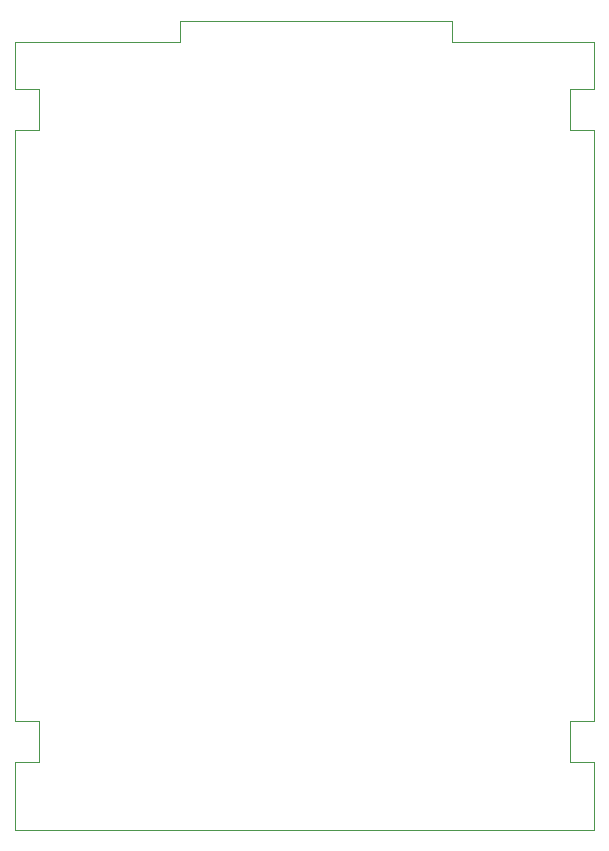
<source format=gbr>
%TF.GenerationSoftware,KiCad,Pcbnew,(6.0.7)*%
%TF.CreationDate,2022-10-03T18:22:00-04:00*%
%TF.ProjectId,IDE-SSD-ZIF,4944452d-5353-4442-9d5a-49462e6b6963,rev?*%
%TF.SameCoordinates,Original*%
%TF.FileFunction,Profile,NP*%
%FSLAX46Y46*%
G04 Gerber Fmt 4.6, Leading zero omitted, Abs format (unit mm)*
G04 Created by KiCad (PCBNEW (6.0.7)) date 2022-10-03 18:22:00*
%MOMM*%
%LPD*%
G01*
G04 APERTURE LIST*
%TA.AperFunction,Profile*%
%ADD10C,0.100000*%
%TD*%
G04 APERTURE END LIST*
D10*
X111500000Y-62000000D02*
X109500000Y-62000000D01*
X109500000Y-124750000D02*
X109500000Y-119000000D01*
X158500000Y-115500000D02*
X156500000Y-115500000D01*
X109500000Y-115500000D02*
X109500000Y-65500000D01*
X111500000Y-65500000D02*
X111500000Y-62000000D01*
X156500000Y-62000000D02*
X156500000Y-65500000D01*
X123500000Y-56250000D02*
X146500000Y-56250000D01*
X158500000Y-65500000D02*
X158500000Y-115500000D01*
X146500000Y-56250000D02*
X146500000Y-58000000D01*
X158500000Y-124750000D02*
X109500000Y-124750000D01*
X158500000Y-58000000D02*
X158500000Y-62000000D01*
X146500000Y-58000000D02*
X158500000Y-58000000D01*
X158500000Y-119000000D02*
X158500000Y-124750000D01*
X111500000Y-119000000D02*
X111500000Y-115500000D01*
X109500000Y-119000000D02*
X111500000Y-119000000D01*
X156500000Y-115500000D02*
X156500000Y-119000000D01*
X123500000Y-58000000D02*
X123500000Y-56250000D01*
X109500000Y-65500000D02*
X111500000Y-65500000D01*
X109500000Y-62000000D02*
X109500000Y-58000000D01*
X158500000Y-62000000D02*
X156500000Y-62000000D01*
X156500000Y-65500000D02*
X158500000Y-65500000D01*
X111500000Y-115500000D02*
X109500000Y-115500000D01*
X109500000Y-58000000D02*
X123500000Y-58000000D01*
X156500000Y-119000000D02*
X158500000Y-119000000D01*
M02*

</source>
